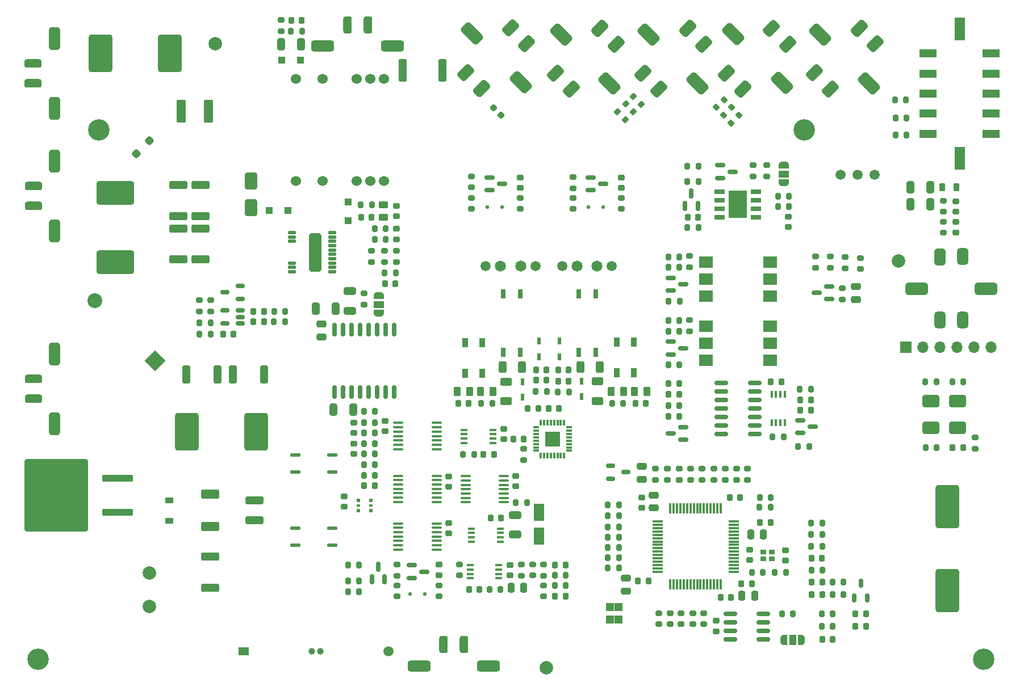
<source format=gbr>
%TF.GenerationSoftware,KiCad,Pcbnew,8.0.2*%
%TF.CreationDate,2025-03-18T14:55:19+01:00*%
%TF.ProjectId,Master_FT25,4d617374-6572-45f4-9654-32352e6b6963,rev?*%
%TF.SameCoordinates,Original*%
%TF.FileFunction,Soldermask,Top*%
%TF.FilePolarity,Negative*%
%FSLAX46Y46*%
G04 Gerber Fmt 4.6, Leading zero omitted, Abs format (unit mm)*
G04 Created by KiCad (PCBNEW 8.0.2) date 2025-03-18 14:55:19*
%MOMM*%
%LPD*%
G01*
G04 APERTURE LIST*
G04 Aperture macros list*
%AMRoundRect*
0 Rectangle with rounded corners*
0 $1 Rounding radius*
0 $2 $3 $4 $5 $6 $7 $8 $9 X,Y pos of 4 corners*
0 Add a 4 corners polygon primitive as box body*
4,1,4,$2,$3,$4,$5,$6,$7,$8,$9,$2,$3,0*
0 Add four circle primitives for the rounded corners*
1,1,$1+$1,$2,$3*
1,1,$1+$1,$4,$5*
1,1,$1+$1,$6,$7*
1,1,$1+$1,$8,$9*
0 Add four rect primitives between the rounded corners*
20,1,$1+$1,$2,$3,$4,$5,0*
20,1,$1+$1,$4,$5,$6,$7,0*
20,1,$1+$1,$6,$7,$8,$9,0*
20,1,$1+$1,$8,$9,$2,$3,0*%
%AMHorizOval*
0 Thick line with rounded ends*
0 $1 width*
0 $2 $3 position (X,Y) of the first rounded end (center of the circle)*
0 $4 $5 position (X,Y) of the second rounded end (center of the circle)*
0 Add line between two ends*
20,1,$1,$2,$3,$4,$5,0*
0 Add two circle primitives to create the rounded ends*
1,1,$1,$2,$3*
1,1,$1,$4,$5*%
%AMRotRect*
0 Rectangle, with rotation*
0 The origin of the aperture is its center*
0 $1 length*
0 $2 width*
0 $3 Rotation angle, in degrees counterclockwise*
0 Add horizontal line*
21,1,$1,$2,0,0,$3*%
%AMFreePoly0*
4,1,19,0.550000,-0.750000,0.000000,-0.750000,0.000000,-0.744911,-0.071157,-0.744911,-0.207708,-0.704816,-0.327430,-0.627875,-0.420627,-0.520320,-0.479746,-0.390866,-0.500000,-0.250000,-0.500000,0.250000,-0.479746,0.390866,-0.420627,0.520320,-0.327430,0.627875,-0.207708,0.704816,-0.071157,0.744911,0.000000,0.744911,0.000000,0.750000,0.550000,0.750000,0.550000,-0.750000,0.550000,-0.750000,
$1*%
%AMFreePoly1*
4,1,19,0.000000,0.744911,0.071157,0.744911,0.207708,0.704816,0.327430,0.627875,0.420627,0.520320,0.479746,0.390866,0.500000,0.250000,0.500000,-0.250000,0.479746,-0.390866,0.420627,-0.520320,0.327430,-0.627875,0.207708,-0.704816,0.071157,-0.744911,0.000000,-0.744911,0.000000,-0.750000,-0.550000,-0.750000,-0.550000,0.750000,0.000000,0.750000,0.000000,0.744911,0.000000,0.744911,
$1*%
G04 Aperture macros list end*
%ADD10RoundRect,0.250000X0.625000X-0.312500X0.625000X0.312500X-0.625000X0.312500X-0.625000X-0.312500X0*%
%ADD11RoundRect,0.408750X0.898026X0.319966X0.319966X0.898026X-0.898026X-0.319966X-0.319966X-0.898026X0*%
%ADD12RoundRect,0.408750X0.873277X0.295217X0.295217X0.873277X-0.873277X-0.295217X-0.295217X-0.873277X0*%
%ADD13RoundRect,0.456250X-0.567453X1.212688X-1.212688X0.567453X0.567453X-1.212688X1.212688X-0.567453X0*%
%ADD14RoundRect,0.200000X0.200000X0.275000X-0.200000X0.275000X-0.200000X-0.275000X0.200000X-0.275000X0*%
%ADD15RoundRect,0.250000X-0.262500X-0.450000X0.262500X-0.450000X0.262500X0.450000X-0.262500X0.450000X0*%
%ADD16RoundRect,0.225000X0.225000X0.250000X-0.225000X0.250000X-0.225000X-0.250000X0.225000X-0.250000X0*%
%ADD17RoundRect,0.225000X-0.225000X-0.250000X0.225000X-0.250000X0.225000X0.250000X-0.225000X0.250000X0*%
%ADD18RoundRect,0.250000X-1.075000X0.362500X-1.075000X-0.362500X1.075000X-0.362500X1.075000X0.362500X0*%
%ADD19RoundRect,0.150000X-0.587500X-0.150000X0.587500X-0.150000X0.587500X0.150000X-0.587500X0.150000X0*%
%ADD20C,3.200000*%
%ADD21RoundRect,0.420000X1.330000X-2.830000X1.330000X2.830000X-1.330000X2.830000X-1.330000X-2.830000X0*%
%ADD22RoundRect,0.225000X0.250000X-0.225000X0.250000X0.225000X-0.250000X0.225000X-0.250000X-0.225000X0*%
%ADD23RoundRect,0.250000X0.475000X-0.250000X0.475000X0.250000X-0.475000X0.250000X-0.475000X-0.250000X0*%
%ADD24RotRect,2.200000X2.200000X135.000000*%
%ADD25HorizOval,2.200000X0.000000X0.000000X0.000000X0.000000X0*%
%ADD26RoundRect,0.200000X-0.200000X-0.275000X0.200000X-0.275000X0.200000X0.275000X-0.200000X0.275000X0*%
%ADD27RoundRect,0.200000X-0.275000X0.200000X-0.275000X-0.200000X0.275000X-0.200000X0.275000X0.200000X0*%
%ADD28R,2.540000X1.270000*%
%ADD29R,1.650000X3.430000*%
%ADD30RoundRect,0.200000X0.275000X-0.200000X0.275000X0.200000X-0.275000X0.200000X-0.275000X-0.200000X0*%
%ADD31RoundRect,0.218750X-0.218750X-0.256250X0.218750X-0.256250X0.218750X0.256250X-0.218750X0.256250X0*%
%ADD32RoundRect,0.250000X-0.300000X-0.300000X0.300000X-0.300000X0.300000X0.300000X-0.300000X0.300000X0*%
%ADD33RoundRect,0.150000X-0.825000X-0.150000X0.825000X-0.150000X0.825000X0.150000X-0.825000X0.150000X0*%
%ADD34RoundRect,0.218750X0.218750X0.256250X-0.218750X0.256250X-0.218750X-0.256250X0.218750X-0.256250X0*%
%ADD35RoundRect,0.250000X0.650000X-0.325000X0.650000X0.325000X-0.650000X0.325000X-0.650000X-0.325000X0*%
%ADD36RoundRect,0.250000X-0.475000X0.250000X-0.475000X-0.250000X0.475000X-0.250000X0.475000X0.250000X0*%
%ADD37RoundRect,0.250000X0.325000X0.650000X-0.325000X0.650000X-0.325000X-0.650000X0.325000X-0.650000X0*%
%ADD38R,0.500000X1.075000*%
%ADD39RoundRect,0.200000X-0.335876X-0.053033X-0.053033X-0.335876X0.335876X0.053033X0.053033X0.335876X0*%
%ADD40RoundRect,0.075000X0.700000X0.075000X-0.700000X0.075000X-0.700000X-0.075000X0.700000X-0.075000X0*%
%ADD41RoundRect,0.075000X0.075000X0.700000X-0.075000X0.700000X-0.075000X-0.700000X0.075000X-0.700000X0*%
%ADD42R,2.000000X1.780000*%
%ADD43RoundRect,0.150000X0.150000X-0.587500X0.150000X0.587500X-0.150000X0.587500X-0.150000X-0.587500X0*%
%ADD44RoundRect,0.250000X0.262500X0.450000X-0.262500X0.450000X-0.262500X-0.450000X0.262500X-0.450000X0*%
%ADD45RoundRect,0.218750X-0.256250X0.218750X-0.256250X-0.218750X0.256250X-0.218750X0.256250X0.218750X0*%
%ADD46RoundRect,0.250000X0.650000X-1.000000X0.650000X1.000000X-0.650000X1.000000X-0.650000X-1.000000X0*%
%ADD47R,1.525000X0.650000*%
%ADD48R,2.750000X4.100000*%
%ADD49RoundRect,0.250000X2.050000X0.300000X-2.050000X0.300000X-2.050000X-0.300000X2.050000X-0.300000X0*%
%ADD50RoundRect,0.250002X4.449998X5.149998X-4.449998X5.149998X-4.449998X-5.149998X4.449998X-5.149998X0*%
%ADD51R,0.800000X1.400000*%
%ADD52RoundRect,0.250000X-0.325000X-0.650000X0.325000X-0.650000X0.325000X0.650000X-0.325000X0.650000X0*%
%ADD53RoundRect,0.218750X0.335876X0.026517X0.026517X0.335876X-0.335876X-0.026517X-0.026517X-0.335876X0*%
%ADD54RoundRect,0.100000X-0.637500X-0.100000X0.637500X-0.100000X0.637500X0.100000X-0.637500X0.100000X0*%
%ADD55RoundRect,0.412500X-1.302500X-0.412500X1.302500X-0.412500X1.302500X0.412500X-1.302500X0.412500X0*%
%ADD56RoundRect,0.317500X-0.317500X-0.952500X0.317500X-0.952500X0.317500X0.952500X-0.317500X0.952500X0*%
%ADD57RoundRect,0.150000X0.150000X-0.512500X0.150000X0.512500X-0.150000X0.512500X-0.150000X-0.512500X0*%
%ADD58RoundRect,0.200000X0.335876X0.053033X0.053033X0.335876X-0.335876X-0.053033X-0.053033X-0.335876X0*%
%ADD59RoundRect,0.250000X-1.000000X-0.650000X1.000000X-0.650000X1.000000X0.650000X-1.000000X0.650000X0*%
%ADD60R,1.100000X0.400000*%
%ADD61C,2.000000*%
%ADD62C,1.500000*%
%ADD63C,1.650000*%
%ADD64RoundRect,0.225000X-0.250000X0.225000X-0.250000X-0.225000X0.250000X-0.225000X0.250000X0.225000X0*%
%ADD65RoundRect,0.250000X1.075000X-0.362500X1.075000X0.362500X-1.075000X0.362500X-1.075000X-0.362500X0*%
%ADD66RoundRect,0.250000X1.100000X-0.325000X1.100000X0.325000X-1.100000X0.325000X-1.100000X-0.325000X0*%
%ADD67RoundRect,0.150000X0.587500X0.150000X-0.587500X0.150000X-0.587500X-0.150000X0.587500X-0.150000X0*%
%ADD68RoundRect,0.250000X0.312500X0.625000X-0.312500X0.625000X-0.312500X-0.625000X0.312500X-0.625000X0*%
%ADD69RoundRect,0.350000X-1.400000X-2.450000X1.400000X-2.450000X1.400000X2.450000X-1.400000X2.450000X0*%
%ADD70C,1.524000*%
%ADD71FreePoly0,90.000000*%
%ADD72R,1.500000X1.000000*%
%ADD73FreePoly1,90.000000*%
%ADD74RoundRect,0.150000X0.512500X0.150000X-0.512500X0.150000X-0.512500X-0.150000X0.512500X-0.150000X0*%
%ADD75RoundRect,0.137500X0.587500X0.137500X-0.587500X0.137500X-0.587500X-0.137500X0.587500X-0.137500X0*%
%ADD76RoundRect,0.250000X-0.362500X-1.075000X0.362500X-1.075000X0.362500X1.075000X-0.362500X1.075000X0*%
%ADD77RoundRect,0.125000X-0.125000X-0.125000X0.125000X-0.125000X0.125000X0.125000X-0.125000X0.125000X0*%
%ADD78RoundRect,0.350000X1.400000X2.450000X-1.400000X2.450000X-1.400000X-2.450000X1.400000X-2.450000X0*%
%ADD79R,0.875000X0.775000*%
%ADD80R,0.850000X0.300000*%
%ADD81R,0.300000X0.850000*%
%ADD82C,0.600000*%
%ADD83R,2.200000X2.200000*%
%ADD84RoundRect,0.412500X0.412500X-1.302500X0.412500X1.302500X-0.412500X1.302500X-0.412500X-1.302500X0*%
%ADD85RoundRect,0.317500X0.952500X-0.317500X0.952500X0.317500X-0.952500X0.317500X-0.952500X-0.317500X0*%
%ADD86R,0.900000X1.350000*%
%ADD87R,1.700000X1.700000*%
%ADD88O,1.700000X1.700000*%
%ADD89RoundRect,0.150000X-0.512500X-0.150000X0.512500X-0.150000X0.512500X0.150000X-0.512500X0.150000X0*%
%ADD90R,0.600000X0.600000*%
%ADD91R,0.600000X0.400000*%
%ADD92RoundRect,0.250000X0.250000X0.475000X-0.250000X0.475000X-0.250000X-0.475000X0.250000X-0.475000X0*%
%ADD93RoundRect,0.102000X-0.500000X-0.500000X0.500000X-0.500000X0.500000X0.500000X-0.500000X0.500000X0*%
%ADD94RoundRect,0.102000X0.500000X0.500000X-0.500000X0.500000X-0.500000X-0.500000X0.500000X-0.500000X0*%
%ADD95RoundRect,0.250000X-0.250000X-0.475000X0.250000X-0.475000X0.250000X0.475000X-0.250000X0.475000X0*%
%ADD96RoundRect,0.218750X-0.218750X-0.381250X0.218750X-0.381250X0.218750X0.381250X-0.218750X0.381250X0*%
%ADD97FreePoly0,0.000000*%
%ADD98R,1.000000X1.500000*%
%ADD99FreePoly1,0.000000*%
%ADD100RoundRect,0.250000X0.550000X-1.050000X0.550000X1.050000X-0.550000X1.050000X-0.550000X-1.050000X0*%
%ADD101RoundRect,0.250000X0.000000X0.424264X-0.424264X0.000000X0.000000X-0.424264X0.424264X0.000000X0*%
%ADD102R,1.200000X0.850000*%
%ADD103RoundRect,0.408750X0.408750X0.861250X-0.408750X0.861250X-0.408750X-0.861250X0.408750X-0.861250X0*%
%ADD104RoundRect,0.408750X0.408750X0.826250X-0.408750X0.826250X-0.408750X-0.826250X0.408750X-0.826250X0*%
%ADD105RoundRect,0.456250X-1.258750X0.456250X-1.258750X-0.456250X1.258750X-0.456250X1.258750X0.456250X0*%
%ADD106RoundRect,0.200000X-0.053033X0.335876X-0.335876X0.053033X0.053033X-0.335876X0.335876X-0.053033X0*%
%ADD107RoundRect,0.137500X-0.587500X-0.137500X0.587500X-0.137500X0.587500X0.137500X-0.587500X0.137500X0*%
%ADD108RoundRect,0.249999X-0.450001X-1.450001X0.450001X-1.450001X0.450001X1.450001X-0.450001X1.450001X0*%
%ADD109RoundRect,0.250000X0.300000X-0.300000X0.300000X0.300000X-0.300000X0.300000X-0.300000X-0.300000X0*%
%ADD110R,1.500000X1.303000*%
%ADD111C,1.000000*%
%ADD112RoundRect,0.250000X0.450000X-0.262500X0.450000X0.262500X-0.450000X0.262500X-0.450000X-0.262500X0*%
%ADD113FreePoly0,270.000000*%
%ADD114FreePoly1,270.000000*%
%ADD115RoundRect,0.250000X-0.362500X-1.425000X0.362500X-1.425000X0.362500X1.425000X-0.362500X1.425000X0*%
%ADD116RoundRect,0.408750X-0.898026X-0.319966X-0.319966X-0.898026X0.898026X0.319966X0.319966X0.898026X0*%
%ADD117RoundRect,0.408750X-0.873277X-0.295217X-0.295217X-0.873277X0.873277X0.295217X0.295217X0.873277X0*%
%ADD118RoundRect,0.456250X0.567453X-1.212688X1.212688X-0.567453X-0.567453X1.212688X-1.212688X0.567453X0*%
%ADD119RoundRect,0.218750X0.256250X-0.218750X0.256250X0.218750X-0.256250X0.218750X-0.256250X-0.218750X0*%
%ADD120R,0.400000X1.100000*%
%ADD121RoundRect,0.249999X1.075001X-0.450001X1.075001X0.450001X-1.075001X0.450001X-1.075001X-0.450001X0*%
%ADD122RoundRect,0.112500X-0.487500X-0.112500X0.487500X-0.112500X0.487500X0.112500X-0.487500X0.112500X0*%
%ADD123RoundRect,0.178000X-0.712000X-2.662000X0.712000X-2.662000X0.712000X2.662000X-0.712000X2.662000X0*%
%ADD124RoundRect,0.250000X-0.312500X-0.625000X0.312500X-0.625000X0.312500X0.625000X-0.312500X0.625000X0*%
%ADD125RoundRect,0.150000X0.150000X-0.875000X0.150000X0.875000X-0.150000X0.875000X-0.150000X-0.875000X0*%
%ADD126RoundRect,0.350000X-2.450000X1.400000X-2.450000X-1.400000X2.450000X-1.400000X2.450000X1.400000X0*%
G04 APERTURE END LIST*
D10*
%TO.C,R130*%
X124550000Y-96712500D03*
X124550000Y-93787500D03*
%TD*%
D11*
%TO.C,J6*%
X151633695Y-41086891D03*
D12*
X144962142Y-47758443D03*
X154037858Y-43441557D03*
X147341557Y-50137858D03*
D13*
X153069121Y-49292865D03*
X145807135Y-42030879D03*
%TD*%
D14*
%TO.C,R123*%
X166725000Y-66100000D03*
X165075000Y-66100000D03*
%TD*%
D15*
%TO.C,R127*%
X143687500Y-95250000D03*
X145512500Y-95250000D03*
%TD*%
D16*
%TO.C,C31*%
X171650000Y-125550000D03*
X170100000Y-125550000D03*
%TD*%
D14*
%TO.C,R67*%
X133925000Y-95300000D03*
X132275000Y-95300000D03*
%TD*%
D17*
%TO.C,C38*%
X176625000Y-128425000D03*
X178175000Y-128425000D03*
%TD*%
D18*
%TO.C,R104*%
X78950000Y-70912500D03*
X78950000Y-75537500D03*
%TD*%
D19*
%TO.C,Q2*%
X137162500Y-63300000D03*
X137162500Y-65200000D03*
X139037500Y-64250000D03*
%TD*%
D20*
%TO.C,H3*%
X63850000Y-56250000D03*
%TD*%
D21*
%TO.C,C36*%
X190350000Y-112450001D03*
X190350000Y-124949999D03*
%TD*%
D22*
%TO.C,C37*%
X155875000Y-131050000D03*
X155875000Y-129500000D03*
%TD*%
D23*
%TO.C,C14*%
X97000000Y-87100000D03*
X97000000Y-85200000D03*
%TD*%
D16*
%TO.C,C53*%
X171650000Y-123675000D03*
X170100000Y-123675000D03*
%TD*%
D24*
%TO.C,D7*%
X72240128Y-90690128D03*
D25*
X63259872Y-81709872D03*
%TD*%
D26*
%TO.C,R93*%
X148775000Y-81800000D03*
X150425000Y-81800000D03*
%TD*%
D22*
%TO.C,C25*%
X144810000Y-112645000D03*
X144810000Y-111095000D03*
%TD*%
D27*
%TO.C,R44*%
X154000000Y-128325000D03*
X154000000Y-129975000D03*
%TD*%
D28*
%TO.C,J14*%
X187450000Y-56800000D03*
X196850000Y-56800000D03*
X187450000Y-53800000D03*
X196850000Y-53800000D03*
X187450000Y-50800000D03*
X196850000Y-50800000D03*
X187450000Y-47800000D03*
X196850000Y-47800000D03*
X187450000Y-44800000D03*
X196850000Y-44800000D03*
D29*
X192150000Y-60435000D03*
X192150000Y-41165000D03*
%TD*%
D14*
%TO.C,R53*%
X141375000Y-112225000D03*
X139725000Y-112225000D03*
%TD*%
D30*
%TO.C,R73*%
X134500000Y-64925000D03*
X134500000Y-63275000D03*
%TD*%
D31*
%TO.C,D5*%
X86887499Y-83275000D03*
X88462501Y-83275000D03*
%TD*%
D32*
%TO.C,D31*%
X91100000Y-45800000D03*
X93900000Y-45800000D03*
%TD*%
D14*
%TO.C,R35*%
X133437500Y-122675000D03*
X131787500Y-122675000D03*
%TD*%
D33*
%TO.C,U16*%
X156625000Y-93990000D03*
X156625000Y-95260000D03*
X156625000Y-96530000D03*
X156625000Y-97800000D03*
X156625000Y-99070000D03*
X156625000Y-100340000D03*
X156625000Y-101610000D03*
X161575000Y-101610000D03*
X161575000Y-100340000D03*
X161575000Y-99070000D03*
X161575000Y-97800000D03*
X161575000Y-96530000D03*
X161575000Y-95260000D03*
X161575000Y-93990000D03*
%TD*%
D34*
%TO.C,D32*%
X94087500Y-39900000D03*
X92512500Y-39900000D03*
%TD*%
D35*
%TO.C,C44*%
X101275000Y-83200001D03*
X101275000Y-80249999D03*
%TD*%
D26*
%TO.C,R106*%
X104975000Y-72550000D03*
X106625000Y-72550000D03*
%TD*%
D36*
%TO.C,C43*%
X176700000Y-79600001D03*
X176700000Y-81499999D03*
%TD*%
D37*
%TO.C,C45*%
X99100001Y-82875000D03*
X96149999Y-82875000D03*
%TD*%
D26*
%TO.C,R1*%
X103325000Y-99900000D03*
X104975000Y-99900000D03*
%TD*%
D31*
%TO.C,D6*%
X86887499Y-84875000D03*
X88462501Y-84875000D03*
%TD*%
D14*
%TO.C,R54*%
X141375000Y-113800000D03*
X139725000Y-113800000D03*
%TD*%
D17*
%TO.C,C41*%
X164025000Y-93850000D03*
X165575000Y-93850000D03*
%TD*%
D14*
%TO.C,R41*%
X166250000Y-122225000D03*
X164600000Y-122225000D03*
%TD*%
%TO.C,R4*%
X104975000Y-103000000D03*
X103325000Y-103000000D03*
%TD*%
D38*
%TO.C,D15*%
X132450000Y-87750000D03*
X132450000Y-90050000D03*
%TD*%
D39*
%TO.C,R27*%
X143516637Y-51216637D03*
X144683363Y-52383363D03*
%TD*%
D30*
%TO.C,R101*%
X177350000Y-76975000D03*
X177350000Y-75325000D03*
%TD*%
D40*
%TO.C,U12*%
X158449999Y-122150000D03*
X158449999Y-121650001D03*
X158449999Y-121150001D03*
X158449999Y-120650001D03*
X158449999Y-120150001D03*
X158449999Y-119650000D03*
X158449999Y-119150001D03*
X158449999Y-118650001D03*
X158449999Y-118150001D03*
X158449999Y-117650001D03*
X158449999Y-117150002D03*
X158449999Y-116650001D03*
X158449999Y-116150001D03*
X158449999Y-115650001D03*
X158449999Y-115150001D03*
X158449999Y-114650002D03*
D41*
X156524998Y-112725001D03*
X156024999Y-112725001D03*
X155524999Y-112725001D03*
X155024999Y-112725001D03*
X154524999Y-112725001D03*
X154024998Y-112725001D03*
X153524999Y-112725001D03*
X153024999Y-112725001D03*
X152524999Y-112725001D03*
X152024999Y-112725001D03*
X151525000Y-112725001D03*
X151024999Y-112725001D03*
X150524999Y-112725001D03*
X150024999Y-112725001D03*
X149524999Y-112725001D03*
X149025000Y-112725001D03*
D40*
X147099999Y-114650002D03*
X147099999Y-115150001D03*
X147099999Y-115650001D03*
X147099999Y-116150001D03*
X147099999Y-116650001D03*
X147099999Y-117150002D03*
X147099999Y-117650001D03*
X147099999Y-118150001D03*
X147099999Y-118650001D03*
X147099999Y-119150001D03*
X147099999Y-119650000D03*
X147099999Y-120150001D03*
X147099999Y-120650001D03*
X147099999Y-121150001D03*
X147099999Y-121650001D03*
X147099999Y-122150000D03*
D41*
X149025000Y-124075001D03*
X149524999Y-124075001D03*
X150024999Y-124075001D03*
X150524999Y-124075001D03*
X151024999Y-124075001D03*
X151525000Y-124075001D03*
X152024999Y-124075001D03*
X152524999Y-124075001D03*
X153024999Y-124075001D03*
X153524999Y-124075001D03*
X154024998Y-124075001D03*
X154524999Y-124075001D03*
X155024999Y-124075001D03*
X155524999Y-124075001D03*
X156024999Y-124075001D03*
X156524998Y-124075001D03*
%TD*%
D16*
%TO.C,C34*%
X133875000Y-93700000D03*
X132325000Y-93700000D03*
%TD*%
D20*
%TO.C,H4*%
X54750000Y-135200000D03*
%TD*%
D16*
%TO.C,C13*%
X83925000Y-86675000D03*
X82375000Y-86675000D03*
%TD*%
D30*
%TO.C,R36*%
X130112500Y-122750000D03*
X130112500Y-121100000D03*
%TD*%
D42*
%TO.C,U19*%
X154335000Y-85510000D03*
X154335000Y-88050000D03*
X154335000Y-90590000D03*
X163865000Y-90590000D03*
X163865000Y-88050000D03*
X163865000Y-85510000D03*
%TD*%
D43*
%TO.C,D13*%
X151225000Y-67562500D03*
X153125000Y-67562500D03*
X152175000Y-65687500D03*
%TD*%
D26*
%TO.C,R138*%
X100975000Y-123550000D03*
X102625000Y-123550000D03*
%TD*%
%TO.C,R46*%
X139725000Y-115450000D03*
X141375000Y-115450000D03*
%TD*%
D30*
%TO.C,R40*%
X161400000Y-63125000D03*
X161400000Y-61475000D03*
%TD*%
D38*
%TO.C,D35*%
X129450000Y-87750000D03*
X129450000Y-90050000D03*
%TD*%
D44*
%TO.C,R132*%
X119112500Y-95250000D03*
X117287500Y-95250000D03*
%TD*%
D18*
%TO.C,R103*%
X78950000Y-64462500D03*
X78950000Y-69087500D03*
%TD*%
D43*
%TO.C,Q11*%
X104550000Y-123287500D03*
X106450000Y-123287500D03*
X105500000Y-121412499D03*
%TD*%
D45*
%TO.C,D37*%
X191600000Y-66862499D03*
X191600000Y-68437501D03*
%TD*%
D46*
%TO.C,D29*%
X86475000Y-67850000D03*
X86475000Y-63850000D03*
%TD*%
D33*
%TO.C,U15*%
X157950000Y-128445000D03*
X157950000Y-129715000D03*
X157950000Y-130985000D03*
X157950000Y-132255000D03*
X162900000Y-132255000D03*
X162900000Y-130985000D03*
X162900000Y-129715000D03*
X162900000Y-128445000D03*
%TD*%
D30*
%TO.C,R48*%
X157224999Y-108425000D03*
X157224999Y-106775000D03*
%TD*%
D22*
%TO.C,C47*%
X108200000Y-72525000D03*
X108200000Y-70975000D03*
%TD*%
D26*
%TO.C,R7*%
X125987500Y-111875000D03*
X127637500Y-111875000D03*
%TD*%
D47*
%TO.C,IC1*%
X161812000Y-69255000D03*
X161812000Y-67985000D03*
X161812000Y-66715000D03*
X161812000Y-65445000D03*
X156388000Y-65445000D03*
X156388000Y-66715000D03*
X156388000Y-67985000D03*
X156388000Y-69255000D03*
D48*
X159100000Y-67350000D03*
%TD*%
D14*
%TO.C,R24*%
X104975000Y-107750000D03*
X103325000Y-107750000D03*
%TD*%
D49*
%TO.C,Q9*%
X66650000Y-113290000D03*
D50*
X57500000Y-110750000D03*
D49*
X66650000Y-108210000D03*
%TD*%
D26*
%TO.C,R3*%
X103325000Y-104600000D03*
X104975000Y-104600000D03*
%TD*%
D51*
%TO.C,FL4*%
X135330000Y-89375000D03*
X137870000Y-89375000D03*
X137870000Y-80725000D03*
X135330000Y-80725000D03*
%TD*%
D14*
%TO.C,R45*%
X141375000Y-120050000D03*
X139725000Y-120050000D03*
%TD*%
D18*
%TO.C,R13*%
X75700000Y-70912500D03*
X75700000Y-75537500D03*
%TD*%
D17*
%TO.C,C48*%
X106475000Y-79175000D03*
X108025000Y-79175000D03*
%TD*%
D11*
%TO.C,J5*%
X138533695Y-41086891D03*
D12*
X131862142Y-47758443D03*
X140937858Y-43441557D03*
X134241557Y-50137858D03*
D13*
X139969121Y-49292865D03*
X132707135Y-42030879D03*
%TD*%
D14*
%TO.C,R129*%
X122475000Y-97000000D03*
X120825000Y-97000000D03*
%TD*%
D34*
%TO.C,D22*%
X192687501Y-103650000D03*
X191112499Y-103650000D03*
%TD*%
D52*
%TO.C,C55*%
X184824999Y-67325000D03*
X187775001Y-67325000D03*
%TD*%
D51*
%TO.C,FL3*%
X124080000Y-89375000D03*
X126620000Y-89375000D03*
X126620000Y-80725000D03*
X124080000Y-80725000D03*
%TD*%
D19*
%TO.C,Q5*%
X168412500Y-99550000D03*
X168412500Y-101450000D03*
X170287501Y-100500000D03*
%TD*%
D26*
%TO.C,R108*%
X104975000Y-70925000D03*
X106625000Y-70925000D03*
%TD*%
D53*
%TO.C,F5*%
X123806847Y-54056847D03*
X122693153Y-52943153D03*
%TD*%
D54*
%TO.C,U21*%
X118487500Y-107900000D03*
X118487500Y-108550000D03*
X118487500Y-109200000D03*
X118487500Y-109850000D03*
X118487500Y-110500000D03*
X118487500Y-111150000D03*
X118487500Y-111800000D03*
X124212500Y-111800000D03*
X124212500Y-111150000D03*
X124212500Y-110500000D03*
X124212500Y-109850000D03*
X124212500Y-109200000D03*
X124212500Y-108550000D03*
X124212500Y-107900000D03*
%TD*%
D55*
%TO.C,J17*%
X111540000Y-136200000D03*
X121940000Y-136200000D03*
D56*
X115240000Y-133000000D03*
X118240000Y-133000000D03*
%TD*%
D57*
%TO.C,D25*%
X176462500Y-126112500D03*
X178362500Y-126112500D03*
X177412500Y-123837500D03*
%TD*%
D58*
%TO.C,R28*%
X143533363Y-53533363D03*
X142366637Y-52366637D03*
%TD*%
D31*
%TO.C,D9*%
X131825000Y-121125000D03*
X133400002Y-121125000D03*
%TD*%
D27*
%TO.C,R49*%
X148975000Y-128325000D03*
X148975000Y-129975000D03*
%TD*%
D59*
%TO.C,D17*%
X187849999Y-100650000D03*
X191850001Y-100650000D03*
%TD*%
D26*
%TO.C,R94*%
X148725000Y-91300000D03*
X150375000Y-91300000D03*
%TD*%
D17*
%TO.C,C24*%
X159625000Y-123925000D03*
X161175000Y-123925000D03*
%TD*%
%TO.C,C35*%
X143825000Y-97050000D03*
X145375000Y-97050000D03*
%TD*%
D16*
%TO.C,C23*%
X132425000Y-97800000D03*
X130875000Y-97800000D03*
%TD*%
D60*
%TO.C,U2*%
X118300000Y-100975000D03*
X118300000Y-101625000D03*
X118300000Y-102275000D03*
X118300000Y-102925000D03*
X122600000Y-102925000D03*
X122600000Y-102275000D03*
X122600000Y-101625000D03*
X122600000Y-100975000D03*
%TD*%
D11*
%TO.C,J1*%
X177183695Y-41036891D03*
D12*
X170512142Y-47708443D03*
X179587858Y-43391557D03*
X172891557Y-50087858D03*
D13*
X178619121Y-49242865D03*
X171357135Y-41980879D03*
%TD*%
D61*
%TO.C,FID3*%
X130550000Y-136500000D03*
%TD*%
D30*
%TO.C,R18*%
X78800000Y-83275000D03*
X78800000Y-81625000D03*
%TD*%
D16*
%TO.C,C42*%
X169975000Y-98050000D03*
X168425000Y-98050000D03*
%TD*%
D62*
%TO.C,J12*%
X140315000Y-76550000D03*
X132885000Y-76550000D03*
D63*
X135100000Y-76550000D03*
X138100000Y-76550000D03*
%TD*%
D64*
%TO.C,C5*%
X125950000Y-107875000D03*
X125950000Y-109425000D03*
%TD*%
D65*
%TO.C,R139*%
X80450000Y-124512500D03*
X80450000Y-119887500D03*
%TD*%
D14*
%TO.C,R125*%
X153225000Y-70800000D03*
X151575000Y-70800000D03*
%TD*%
D42*
%TO.C,U18*%
X154335000Y-75960000D03*
X154335000Y-78500000D03*
X154335000Y-81040000D03*
X163865000Y-81040000D03*
X163865000Y-78500000D03*
X163865000Y-75960000D03*
%TD*%
D45*
%TO.C,D16*%
X126650000Y-63312500D03*
X126650000Y-64887500D03*
%TD*%
D16*
%TO.C,C49*%
X104475000Y-69250000D03*
X102925000Y-69250000D03*
%TD*%
D26*
%TO.C,R15*%
X89987500Y-83275000D03*
X91637500Y-83275000D03*
%TD*%
D62*
%TO.C,U3*%
X174430000Y-62900000D03*
X176970000Y-62900000D03*
X179509999Y-62900000D03*
%TD*%
D14*
%TO.C,R21*%
X153225000Y-63950000D03*
X151575000Y-63950000D03*
%TD*%
D19*
%TO.C,Q7*%
X149062500Y-87837500D03*
X149062500Y-89737500D03*
X150937500Y-88787500D03*
%TD*%
D27*
%TO.C,R69*%
X119350000Y-66375000D03*
X119350000Y-68025000D03*
%TD*%
D26*
%TO.C,R42*%
X161175000Y-122225000D03*
X162825000Y-122225000D03*
%TD*%
D66*
%TO.C,C54*%
X87050000Y-114475001D03*
X87050000Y-111524999D03*
%TD*%
D27*
%TO.C,R61*%
X147325000Y-128325000D03*
X147325000Y-129975000D03*
%TD*%
D67*
%TO.C,Q4*%
X150937500Y-102450000D03*
X150937500Y-100550000D03*
X149062499Y-101500000D03*
%TD*%
D14*
%TO.C,R109*%
X104550000Y-67400000D03*
X102900000Y-67400000D03*
%TD*%
D15*
%TO.C,R122*%
X140237500Y-95250000D03*
X142062500Y-95250000D03*
%TD*%
D68*
%TO.C,R118*%
X138512500Y-91650000D03*
X135587500Y-91650000D03*
%TD*%
D26*
%TO.C,R80*%
X165650000Y-128400000D03*
X167300000Y-128400000D03*
%TD*%
D69*
%TO.C,F3*%
X76950000Y-101300000D03*
X87250000Y-101300000D03*
%TD*%
D70*
%TO.C,T1*%
X93210000Y-63870000D03*
X97210000Y-63870000D03*
X102290000Y-63870000D03*
X104290000Y-63870000D03*
X106290000Y-63870000D03*
X106290000Y-48630000D03*
X104290000Y-48630000D03*
X102290000Y-48630000D03*
X97210000Y-48630000D03*
X93210000Y-48630000D03*
%TD*%
D64*
%TO.C,C1*%
X115950000Y-114875000D03*
X115950000Y-116425000D03*
%TD*%
D14*
%TO.C,R126*%
X102625000Y-121150000D03*
X100975000Y-121150000D03*
%TD*%
%TO.C,R136*%
X129375000Y-97800000D03*
X127725000Y-97800000D03*
%TD*%
D32*
%TO.C,D30*%
X89250001Y-68275000D03*
X92049999Y-68275000D03*
%TD*%
D52*
%TO.C,C51*%
X91025000Y-43450000D03*
X93975000Y-43450000D03*
%TD*%
D14*
%TO.C,R16*%
X80475000Y-86675000D03*
X78825000Y-86675000D03*
%TD*%
D30*
%TO.C,R75*%
X141700000Y-68025000D03*
X141700000Y-66375000D03*
%TD*%
D71*
%TO.C,JP2*%
X105550000Y-83575000D03*
D72*
X105550000Y-82275000D03*
D73*
X105550000Y-80975000D03*
%TD*%
D74*
%TO.C,D4*%
X84912500Y-81425000D03*
X84912500Y-79525000D03*
X82637500Y-80475000D03*
%TD*%
D27*
%TO.C,R95*%
X151900000Y-75025000D03*
X151900000Y-76675000D03*
%TD*%
D75*
%TO.C,U11*%
X98600000Y-118170000D03*
X98600000Y-115630000D03*
X93100000Y-115630000D03*
X93100000Y-118170000D03*
%TD*%
D76*
%TO.C,R22*%
X83837500Y-92700000D03*
X88462500Y-92700000D03*
%TD*%
D26*
%TO.C,R50*%
X170025000Y-118400000D03*
X171675000Y-118400000D03*
%TD*%
D77*
%TO.C,D24*%
X110200001Y-125500000D03*
X112399999Y-125500000D03*
%TD*%
D14*
%TO.C,R124*%
X174850000Y-125550000D03*
X173200000Y-125550000D03*
%TD*%
D30*
%TO.C,R47*%
X158874999Y-108425000D03*
X158874999Y-106775000D03*
%TD*%
D27*
%TO.C,R65*%
X146774999Y-106775000D03*
X146774999Y-108425000D03*
%TD*%
D30*
%TO.C,R111*%
X104425000Y-75925000D03*
X104425000Y-74275000D03*
%TD*%
D78*
%TO.C,F2*%
X74400000Y-44750000D03*
X64100000Y-44750000D03*
%TD*%
D62*
%TO.C,J13*%
X128915000Y-76535000D03*
X121485000Y-76535000D03*
D63*
X123700000Y-76535000D03*
X126700000Y-76535000D03*
%TD*%
D27*
%TO.C,R107*%
X103375000Y-80625000D03*
X103375000Y-82275000D03*
%TD*%
D14*
%TO.C,R85*%
X150375000Y-97350000D03*
X148725000Y-97350000D03*
%TD*%
D79*
%TO.C,IQXC-42*%
X162900000Y-119212500D03*
X164175000Y-119212500D03*
X164175000Y-120187500D03*
X162900000Y-120187500D03*
%TD*%
D31*
%TO.C,D38*%
X103362499Y-109300000D03*
X104937501Y-109300000D03*
%TD*%
D17*
%TO.C,C29*%
X125625000Y-102350000D03*
X127175000Y-102350000D03*
%TD*%
D80*
%TO.C,IC2*%
X133900000Y-104100000D03*
X133900000Y-103600000D03*
X133900000Y-103100000D03*
X133900000Y-102600000D03*
X133900000Y-102100000D03*
X133900000Y-101600000D03*
X133900000Y-101100000D03*
X133900000Y-100600000D03*
D81*
X133200000Y-99900000D03*
X132700000Y-99900000D03*
X132200000Y-99900000D03*
X131700000Y-99900000D03*
X131200000Y-99900000D03*
X130700000Y-99900000D03*
X130200000Y-99900000D03*
X129700000Y-99900000D03*
D80*
X129000000Y-100600000D03*
X129000000Y-101100000D03*
X129000000Y-101600000D03*
X129000000Y-102100000D03*
X129000000Y-102600000D03*
X129000000Y-103100000D03*
X129000000Y-103600000D03*
X129000000Y-104100000D03*
D81*
X129700000Y-104800000D03*
X130200000Y-104800000D03*
X130700000Y-104800000D03*
X131200000Y-104800000D03*
X131700000Y-104800000D03*
X132200000Y-104800000D03*
X132700000Y-104800000D03*
X133200000Y-104800000D03*
D82*
X132200000Y-103100000D03*
X132200000Y-102350000D03*
X132200000Y-101600000D03*
X131450000Y-103100000D03*
X131450000Y-102350000D03*
D83*
X131450000Y-102350000D03*
D82*
X131450000Y-101600000D03*
X130700000Y-103100000D03*
X130700000Y-102350000D03*
X130700000Y-101600000D03*
%TD*%
D18*
%TO.C,R12*%
X75675000Y-64462500D03*
X75675000Y-69087500D03*
%TD*%
D54*
%TO.C,U5*%
X108487500Y-107850000D03*
X108487500Y-108500000D03*
X108487500Y-109150000D03*
X108487500Y-109800000D03*
X108487500Y-110450000D03*
X108487500Y-111100000D03*
X108487500Y-111750000D03*
X114212500Y-111750000D03*
X114212500Y-111100000D03*
X114212500Y-110450000D03*
X114212500Y-109800000D03*
X114212500Y-109150000D03*
X114212500Y-108500000D03*
X114212500Y-107850000D03*
%TD*%
D84*
%TO.C,J9*%
X57250000Y-100050000D03*
X57250000Y-89650000D03*
D85*
X54050000Y-96350000D03*
X54050000Y-93350000D03*
%TD*%
D27*
%TO.C,R100*%
X170700000Y-75125000D03*
X170700000Y-76775000D03*
%TD*%
D14*
%TO.C,R23*%
X104975000Y-106200000D03*
X103325000Y-106200000D03*
%TD*%
D86*
%TO.C,FL2*%
X118450000Y-87975001D03*
X118450000Y-92524999D03*
X120950000Y-92524999D03*
X120950000Y-87975001D03*
%TD*%
D17*
%TO.C,C27*%
X157905000Y-111050000D03*
X159455000Y-111050000D03*
%TD*%
D64*
%TO.C,C2*%
X101850001Y-99875000D03*
X101850001Y-101425000D03*
%TD*%
D67*
%TO.C,Q8*%
X172687500Y-81462500D03*
X172687500Y-79562500D03*
X170812500Y-80512500D03*
%TD*%
D26*
%TO.C,R5*%
X103325000Y-98200000D03*
X104975000Y-98200000D03*
%TD*%
D87*
%TO.C,J3*%
X184100000Y-88650000D03*
D88*
X186640000Y-88650000D03*
X189180000Y-88650000D03*
X191720000Y-88650000D03*
X194260000Y-88650000D03*
X196800000Y-88650000D03*
%TD*%
D27*
%TO.C,R51*%
X150650000Y-128325000D03*
X150650000Y-129975000D03*
%TD*%
D19*
%TO.C,D14*%
X156412500Y-61500000D03*
X156412500Y-63400000D03*
X158287500Y-62450000D03*
%TD*%
D89*
%TO.C,D12*%
X140087499Y-106350001D03*
X140087499Y-108249999D03*
X142362499Y-107300000D03*
%TD*%
D17*
%TO.C,C32*%
X162395000Y-114780000D03*
X163945000Y-114780000D03*
%TD*%
D14*
%TO.C,R20*%
X153225000Y-61650000D03*
X151575000Y-61650000D03*
%TD*%
D30*
%TO.C,R14*%
X80500000Y-83275000D03*
X80500000Y-81625000D03*
%TD*%
D64*
%TO.C,C52*%
X166650000Y-69175000D03*
X166650000Y-70725000D03*
%TD*%
D90*
%TO.C,U4*%
X104350000Y-113000000D03*
D91*
X104350000Y-112250000D03*
D90*
X104350000Y-111500000D03*
X102550000Y-111500000D03*
D91*
X102550000Y-112250000D03*
D90*
X102550000Y-113000000D03*
%TD*%
D16*
%TO.C,C21*%
X158075000Y-125950000D03*
X156525000Y-125950000D03*
%TD*%
D92*
%TO.C,C12*%
X127162499Y-124575000D03*
X125262501Y-124575000D03*
%TD*%
D14*
%TO.C,R84*%
X169732189Y-103460516D03*
X168082189Y-103460516D03*
%TD*%
D27*
%TO.C,R96*%
X151900000Y-84625000D03*
X151900000Y-86275000D03*
%TD*%
%TO.C,R102*%
X174650000Y-79875000D03*
X174650000Y-81525000D03*
%TD*%
D16*
%TO.C,C58*%
X133875000Y-92000000D03*
X132325000Y-92000000D03*
%TD*%
D45*
%TO.C,D23*%
X114512500Y-121112499D03*
X114512500Y-122687501D03*
%TD*%
D61*
%TO.C,FID2*%
X183050000Y-75800000D03*
%TD*%
D14*
%TO.C,R30*%
X133425000Y-124250000D03*
X131775000Y-124250000D03*
%TD*%
D93*
%TO.C,D10*%
X140025000Y-127425000D03*
X141275000Y-127425000D03*
D94*
X141275000Y-129275000D03*
X140025000Y-129275000D03*
%TD*%
D95*
%TO.C,C22*%
X159675001Y-125700000D03*
X161574999Y-125700000D03*
%TD*%
D14*
%TO.C,R63*%
X141375000Y-121575000D03*
X139725000Y-121575000D03*
%TD*%
D96*
%TO.C,FB1*%
X189587500Y-64775000D03*
X191712500Y-64775000D03*
%TD*%
D84*
%TO.C,J15*%
X57200000Y-53000000D03*
X57200000Y-42600000D03*
D85*
X54000000Y-49300000D03*
X54000000Y-46300000D03*
%TD*%
D97*
%TO.C,JP1*%
X165975000Y-132350000D03*
D98*
X167275000Y-132350000D03*
D99*
X168575000Y-132350000D03*
%TD*%
D74*
%TO.C,U9*%
X84887500Y-85087499D03*
X84887500Y-84137500D03*
X84887500Y-83187501D03*
X82612500Y-83187501D03*
X82612500Y-85087499D03*
%TD*%
D77*
%TO.C,D21*%
X136850000Y-67700000D03*
X139050000Y-67700000D03*
%TD*%
D38*
%TO.C,D33*%
X135800000Y-93750000D03*
X135800000Y-96050000D03*
%TD*%
D26*
%TO.C,R88*%
X168325000Y-94900000D03*
X169975000Y-94900000D03*
%TD*%
D14*
%TO.C,R55*%
X171675000Y-116625000D03*
X170025000Y-116625000D03*
%TD*%
D100*
%TO.C,C10*%
X129412500Y-116875000D03*
X129412500Y-113275000D03*
%TD*%
D27*
%TO.C,R74*%
X134500000Y-66375000D03*
X134500000Y-68025000D03*
%TD*%
D76*
%TO.C,R25*%
X76887500Y-92700000D03*
X81512500Y-92700000D03*
%TD*%
D84*
%TO.C,J7*%
X57250000Y-71300000D03*
X57250000Y-60900000D03*
D85*
X54050000Y-67600000D03*
X54050000Y-64600000D03*
%TD*%
D101*
%TO.C,D3*%
X71389949Y-57810051D03*
X69410051Y-59789949D03*
%TD*%
D16*
%TO.C,C30*%
X145750000Y-123550000D03*
X144200000Y-123550000D03*
%TD*%
%TO.C,C11*%
X123775000Y-114150000D03*
X122225000Y-114150000D03*
%TD*%
D92*
%TO.C,C33*%
X162909999Y-116550000D03*
X161010001Y-116550000D03*
%TD*%
D14*
%TO.C,R87*%
X150375000Y-94050000D03*
X148725000Y-94050000D03*
%TD*%
D38*
%TO.C,D34*%
X127000000Y-93800000D03*
X127000000Y-96100000D03*
%TD*%
D27*
%TO.C,R99*%
X172850000Y-75125000D03*
X172850000Y-76775000D03*
%TD*%
D30*
%TO.C,R60*%
X155524999Y-108425000D03*
X155524999Y-106775000D03*
%TD*%
D44*
%TO.C,R133*%
X122562500Y-95250000D03*
X120737500Y-95250000D03*
%TD*%
D26*
%TO.C,R71*%
X187050000Y-93800000D03*
X188700000Y-93800000D03*
%TD*%
D102*
%TO.C,D11*%
X74300000Y-114525000D03*
X74300000Y-111475000D03*
%TD*%
D77*
%TO.C,D18*%
X121700000Y-67700000D03*
X123900000Y-67700000D03*
%TD*%
D22*
%TO.C,C6*%
X100400000Y-112425000D03*
X100400000Y-110875000D03*
%TD*%
D103*
%TO.C,J2*%
X189217500Y-75150000D03*
D104*
X189217500Y-84585000D03*
X192582500Y-75115000D03*
X192582500Y-84585000D03*
D105*
X196035000Y-79937500D03*
X185765000Y-79937500D03*
%TD*%
D17*
%TO.C,C40*%
X171650000Y-132275000D03*
X173200000Y-132275000D03*
%TD*%
D26*
%TO.C,R64*%
X162335000Y-112560000D03*
X163985000Y-112560000D03*
%TD*%
D106*
%TO.C,R32*%
X157020621Y-51703895D03*
X155853895Y-52870621D03*
%TD*%
D30*
%TO.C,R56*%
X160540000Y-108425000D03*
X160540000Y-106775000D03*
%TD*%
D107*
%TO.C,U13*%
X93100000Y-104730000D03*
X93100000Y-107270000D03*
X98600000Y-107270000D03*
X98600000Y-104730000D03*
%TD*%
D16*
%TO.C,C56*%
X153175000Y-69300000D03*
X151625000Y-69300000D03*
%TD*%
D27*
%TO.C,R52*%
X152350000Y-128325000D03*
X152350000Y-129975000D03*
%TD*%
D17*
%TO.C,C19*%
X170050000Y-120125000D03*
X171600000Y-120125000D03*
%TD*%
D19*
%TO.C,Q3*%
X110475000Y-121200000D03*
X110475000Y-123100000D03*
X112350001Y-122150000D03*
%TD*%
D64*
%TO.C,C17*%
X166150000Y-118950000D03*
X166150000Y-120500000D03*
%TD*%
D30*
%TO.C,R68*%
X119350000Y-64775000D03*
X119350000Y-63125000D03*
%TD*%
D35*
%TO.C,C9*%
X125850000Y-116625001D03*
X125850000Y-113674999D03*
%TD*%
D64*
%TO.C,C7*%
X115950000Y-107925000D03*
X115950000Y-109475000D03*
%TD*%
D14*
%TO.C,R26*%
X166725000Y-67650000D03*
X165075000Y-67650000D03*
%TD*%
D27*
%TO.C,R77*%
X108312500Y-124175000D03*
X108312500Y-125825000D03*
%TD*%
D45*
%TO.C,D20*%
X141700000Y-63312500D03*
X141700000Y-64887500D03*
%TD*%
D54*
%TO.C,U7*%
X108487500Y-99950000D03*
X108487500Y-100600000D03*
X108487500Y-101250000D03*
X108487500Y-101900000D03*
X108487500Y-102550000D03*
X108487500Y-103200000D03*
X108487500Y-103850000D03*
X114212500Y-103850000D03*
X114212500Y-103200000D03*
X114212500Y-102550000D03*
X114212500Y-101900000D03*
X114212500Y-101250000D03*
X114212500Y-100600000D03*
X114212500Y-99950000D03*
%TD*%
D108*
%TO.C,C46*%
X76100000Y-53400000D03*
X80200000Y-53400000D03*
%TD*%
D109*
%TO.C,D28*%
X101000000Y-69749999D03*
X101000000Y-66950001D03*
%TD*%
D14*
%TO.C,R11*%
X123700000Y-124824999D03*
X122050000Y-124824999D03*
%TD*%
%TO.C,R90*%
X150375000Y-84650000D03*
X148725000Y-84650000D03*
%TD*%
D27*
%TO.C,R98*%
X175050000Y-75225000D03*
X175050000Y-76875000D03*
%TD*%
D16*
%TO.C,C60*%
X118975000Y-97000000D03*
X117425000Y-97000000D03*
%TD*%
D106*
%TO.C,R34*%
X159233363Y-54016637D03*
X158066637Y-55183363D03*
%TD*%
D22*
%TO.C,C57*%
X125150000Y-122675000D03*
X125150000Y-121125000D03*
%TD*%
D31*
%TO.C,D2*%
X118987499Y-124824999D03*
X120562501Y-124824999D03*
%TD*%
D110*
%TO.C,K2*%
X85385000Y-134072500D03*
D111*
X95545000Y-134072500D03*
X96815000Y-134072500D03*
D62*
X106975000Y-134072500D03*
%TD*%
D31*
%TO.C,D8*%
X131812499Y-125800000D03*
X133387501Y-125800000D03*
%TD*%
D60*
%TO.C,U14*%
X119400000Y-115725000D03*
X119400000Y-116375000D03*
X119400000Y-117025000D03*
X119400000Y-117675000D03*
X123700000Y-117675000D03*
X123700000Y-117025000D03*
X123700000Y-116375000D03*
X123700000Y-115725000D03*
%TD*%
D112*
%TO.C,R110*%
X106225000Y-69237500D03*
X106225000Y-67412500D03*
%TD*%
D14*
%TO.C,R17*%
X80475000Y-85025000D03*
X78825000Y-85025000D03*
%TD*%
D19*
%TO.C,Q1*%
X122062500Y-63300000D03*
X122062500Y-65200000D03*
X123937500Y-64250000D03*
%TD*%
D86*
%TO.C,FL1*%
X141050000Y-87925001D03*
X141050000Y-92474999D03*
X143550000Y-92474999D03*
X143550000Y-87925001D03*
%TD*%
D37*
%TO.C,C16*%
X187775001Y-64775000D03*
X184824999Y-64775000D03*
%TD*%
D26*
%TO.C,R120*%
X182525000Y-51700000D03*
X184175000Y-51700000D03*
%TD*%
D30*
%TO.C,R58*%
X148574999Y-108425000D03*
X148574999Y-106775000D03*
%TD*%
D26*
%TO.C,R105*%
X106425000Y-77550000D03*
X108075000Y-77550000D03*
%TD*%
%TO.C,R116*%
X92475000Y-41450000D03*
X94125000Y-41450000D03*
%TD*%
D113*
%TO.C,JP3*%
X165900000Y-61500000D03*
D72*
X165900000Y-62800000D03*
D114*
X165900000Y-64100000D03*
%TD*%
D10*
%TO.C,R121*%
X138200000Y-96662500D03*
X138200000Y-93737500D03*
%TD*%
D26*
%TO.C,R117*%
X140325000Y-97050000D03*
X141975000Y-97050000D03*
%TD*%
D27*
%TO.C,R43*%
X163400000Y-61475000D03*
X163400000Y-63125000D03*
%TD*%
D23*
%TO.C,C28*%
X142375000Y-125049999D03*
X142375000Y-123150001D03*
%TD*%
D36*
%TO.C,C20*%
X146530000Y-110710001D03*
X146530000Y-112609999D03*
%TD*%
D14*
%TO.C,R128*%
X130625000Y-95250000D03*
X128975000Y-95250000D03*
%TD*%
D27*
%TO.C,R31*%
X130112500Y-124200000D03*
X130112500Y-125850000D03*
%TD*%
D30*
%TO.C,R115*%
X91000000Y-41475000D03*
X91000000Y-39825000D03*
%TD*%
D52*
%TO.C,C15*%
X98824999Y-97950000D03*
X101775001Y-97950000D03*
%TD*%
D58*
%TO.C,R29*%
X142333363Y-54683363D03*
X141166637Y-53516637D03*
%TD*%
D14*
%TO.C,R91*%
X150375000Y-76700000D03*
X148725000Y-76700000D03*
%TD*%
D26*
%TO.C,R119*%
X182575000Y-54450000D03*
X184225000Y-54450000D03*
%TD*%
D30*
%TO.C,R79*%
X114512500Y-125825000D03*
X114512500Y-124175000D03*
%TD*%
D26*
%TO.C,R86*%
X164275000Y-102000000D03*
X165925000Y-102000000D03*
%TD*%
D34*
%TO.C,D1*%
X122737501Y-104650000D03*
X121162499Y-104650000D03*
%TD*%
D64*
%TO.C,C3*%
X124162500Y-100850000D03*
X124162500Y-102400000D03*
%TD*%
D26*
%TO.C,R144*%
X100975000Y-125150000D03*
X102625000Y-125150000D03*
%TD*%
D30*
%TO.C,R112*%
X108200000Y-75925000D03*
X108200000Y-74275000D03*
%TD*%
D26*
%TO.C,R6*%
X118125000Y-104650000D03*
X119775000Y-104650000D03*
%TD*%
D55*
%TO.C,J11*%
X97220000Y-43720000D03*
X107620000Y-43720000D03*
D56*
X100920000Y-40520000D03*
X103920000Y-40520000D03*
%TD*%
D115*
%TO.C,R114*%
X109087500Y-47350000D03*
X115012500Y-47350000D03*
%TD*%
D30*
%TO.C,R137*%
X127150000Y-105475000D03*
X127150000Y-103825000D03*
%TD*%
D14*
%TO.C,R82*%
X173225000Y-130300000D03*
X171575000Y-130300000D03*
%TD*%
D116*
%TO.C,J10*%
X120916305Y-50063109D03*
D117*
X127587858Y-43391557D03*
X118512142Y-47708443D03*
X125208443Y-41012142D03*
D118*
X119480879Y-41857135D03*
X126742865Y-49119121D03*
%TD*%
D22*
%TO.C,C8*%
X106500000Y-101175000D03*
X106500000Y-99625000D03*
%TD*%
D14*
%TO.C,R141*%
X174850000Y-123675000D03*
X173200000Y-123675000D03*
%TD*%
D34*
%TO.C,D26*%
X150337501Y-95700000D03*
X148762499Y-95700000D03*
%TD*%
D59*
%TO.C,D19*%
X187874999Y-96700000D03*
X191875001Y-96700000D03*
%TD*%
D119*
%TO.C,D36*%
X191600000Y-71537501D03*
X191600000Y-69962499D03*
%TD*%
D14*
%TO.C,R19*%
X91587500Y-84875000D03*
X89937500Y-84875000D03*
%TD*%
D120*
%TO.C,U17*%
X166075001Y-95650000D03*
X165425000Y-95650000D03*
X164775000Y-95650000D03*
X164124999Y-95650000D03*
X164124999Y-99950000D03*
X164775000Y-99950000D03*
X165425000Y-99950000D03*
X166075001Y-99950000D03*
%TD*%
D19*
%TO.C,Q6*%
X149062500Y-78300000D03*
X149062500Y-80200000D03*
X150937500Y-79250000D03*
%TD*%
D61*
%TO.C,TH1*%
X71375000Y-127350000D03*
X71375000Y-122350000D03*
%TD*%
D16*
%TO.C,C39*%
X178175000Y-130325000D03*
X176625000Y-130325000D03*
%TD*%
D26*
%TO.C,R83*%
X148725000Y-99000000D03*
X150375000Y-99000000D03*
%TD*%
D14*
%TO.C,R37*%
X141375000Y-118500000D03*
X139725000Y-118500000D03*
%TD*%
%TO.C,R2*%
X104975000Y-101450000D03*
X103325000Y-101450000D03*
%TD*%
D17*
%TO.C,C61*%
X129025000Y-92000000D03*
X130575000Y-92000000D03*
%TD*%
D30*
%TO.C,R57*%
X153774999Y-108425000D03*
X153774999Y-106775000D03*
%TD*%
D27*
%TO.C,R8*%
X117612500Y-121050000D03*
X117612500Y-122700000D03*
%TD*%
D20*
%TO.C,H5*%
X195750000Y-135200000D03*
%TD*%
D121*
%TO.C,R140*%
X80400000Y-115400000D03*
X80400000Y-110600000D03*
%TD*%
D54*
%TO.C,U1*%
X108487500Y-114950000D03*
X108487500Y-115600000D03*
X108487500Y-116250000D03*
X108487500Y-116900000D03*
X108487500Y-117550000D03*
X108487500Y-118200000D03*
X108487500Y-118850000D03*
X114212500Y-118850000D03*
X114212500Y-118200000D03*
X114212500Y-117550000D03*
X114212500Y-116900000D03*
X114212500Y-116250000D03*
X114212500Y-115600000D03*
X114212500Y-114950000D03*
%TD*%
D30*
%TO.C,R70*%
X126650000Y-68025000D03*
X126650000Y-66375000D03*
%TD*%
D27*
%TO.C,R142*%
X189700000Y-66800000D03*
X189700000Y-68450000D03*
%TD*%
%TO.C,R66*%
X194450000Y-102125000D03*
X194450000Y-103775000D03*
%TD*%
D14*
%TO.C,R72*%
X192700000Y-93800000D03*
X191050000Y-93800000D03*
%TD*%
D30*
%TO.C,R113*%
X106375000Y-75925000D03*
X106375000Y-74275000D03*
%TD*%
D26*
%TO.C,R78*%
X187075000Y-103600000D03*
X188725000Y-103600000D03*
%TD*%
D64*
%TO.C,C18*%
X160850000Y-118875000D03*
X160850000Y-120425000D03*
%TD*%
D27*
%TO.C,R134*%
X152074999Y-106775000D03*
X152074999Y-108425000D03*
%TD*%
D22*
%TO.C,C50*%
X108200000Y-69100000D03*
X108200000Y-67550000D03*
%TD*%
D30*
%TO.C,R143*%
X189700000Y-71575000D03*
X189700000Y-69925000D03*
%TD*%
D26*
%TO.C,R97*%
X182575000Y-57020000D03*
X184225000Y-57020000D03*
%TD*%
D106*
%TO.C,R33*%
X158133363Y-52866637D03*
X156966637Y-54033363D03*
%TD*%
D22*
%TO.C,C4*%
X101850000Y-104575000D03*
X101850000Y-103025000D03*
%TD*%
D14*
%TO.C,R92*%
X150375000Y-86250000D03*
X148725000Y-86250000D03*
%TD*%
D122*
%TO.C,U20*%
X92625000Y-71550000D03*
X92625000Y-72200000D03*
X92625000Y-72850000D03*
X92625000Y-76100000D03*
X92625000Y-76750000D03*
X92625000Y-77400000D03*
X98625000Y-77400000D03*
X98625000Y-76750000D03*
X98625000Y-76100000D03*
X98625000Y-75450000D03*
X98625000Y-74800000D03*
X98625000Y-74150000D03*
X98625000Y-73500000D03*
X98625000Y-72850000D03*
X98625000Y-72200000D03*
X98625000Y-71550000D03*
D123*
X96095000Y-74475000D03*
%TD*%
D124*
%TO.C,R131*%
X123987500Y-91650000D03*
X126912500Y-91650000D03*
%TD*%
D60*
%TO.C,U8*%
X119162500Y-121199999D03*
X119162500Y-121850000D03*
X119162500Y-122500000D03*
X119162500Y-123150001D03*
X123462500Y-123150001D03*
X123462500Y-122500000D03*
X123462500Y-121850000D03*
X123462500Y-121199999D03*
%TD*%
D30*
%TO.C,R9*%
X128475000Y-122725000D03*
X128475000Y-121075000D03*
%TD*%
D26*
%TO.C,R81*%
X171600000Y-128425000D03*
X173250000Y-128425000D03*
%TD*%
%TO.C,R59*%
X162350000Y-111050000D03*
X164000000Y-111050000D03*
%TD*%
D36*
%TO.C,C26*%
X144774999Y-106450001D03*
X144774999Y-108349999D03*
%TD*%
D125*
%TO.C,U10*%
X98955000Y-95350000D03*
X100225000Y-95350000D03*
X101495000Y-95350000D03*
X102765000Y-95350000D03*
X104035000Y-95350000D03*
X105305000Y-95350000D03*
X106575000Y-95350000D03*
X107845000Y-95350000D03*
X107845000Y-86050000D03*
X106575000Y-86050000D03*
X105305000Y-86050000D03*
X104035000Y-86050000D03*
X102765000Y-86050000D03*
X101495000Y-86050000D03*
X100225000Y-86050000D03*
X98955000Y-86050000D03*
%TD*%
D27*
%TO.C,R76*%
X108312500Y-121100000D03*
X108312500Y-122750000D03*
%TD*%
D14*
%TO.C,R89*%
X150375000Y-75150000D03*
X148725000Y-75150000D03*
%TD*%
D16*
%TO.C,C59*%
X130575000Y-93600000D03*
X129025000Y-93600000D03*
%TD*%
D14*
%TO.C,R62*%
X171675000Y-114900000D03*
X170025000Y-114900000D03*
%TD*%
D31*
%TO.C,D27*%
X168412499Y-96500000D03*
X169987501Y-96500000D03*
%TD*%
D26*
%TO.C,R39*%
X139725000Y-117012500D03*
X141375000Y-117012500D03*
%TD*%
D116*
%TO.C,J4*%
X159816305Y-50113109D03*
D117*
X166487858Y-43441557D03*
X157412142Y-47758443D03*
X164108443Y-41062142D03*
D118*
X158380879Y-41907135D03*
X165642865Y-49169121D03*
%TD*%
D20*
%TO.C,H1*%
X168980000Y-56220000D03*
%TD*%
D26*
%TO.C,R38*%
X170050000Y-121950000D03*
X171700000Y-121950000D03*
%TD*%
D30*
%TO.C,R10*%
X126850000Y-122750000D03*
X126850000Y-121100000D03*
%TD*%
D126*
%TO.C,F1*%
X66275000Y-65650000D03*
X66275000Y-75950000D03*
%TD*%
D61*
%TO.C,FID1*%
X81200000Y-43350000D03*
%TD*%
D27*
%TO.C,R135*%
X150324999Y-106775000D03*
X150324999Y-108425000D03*
%TD*%
M02*

</source>
